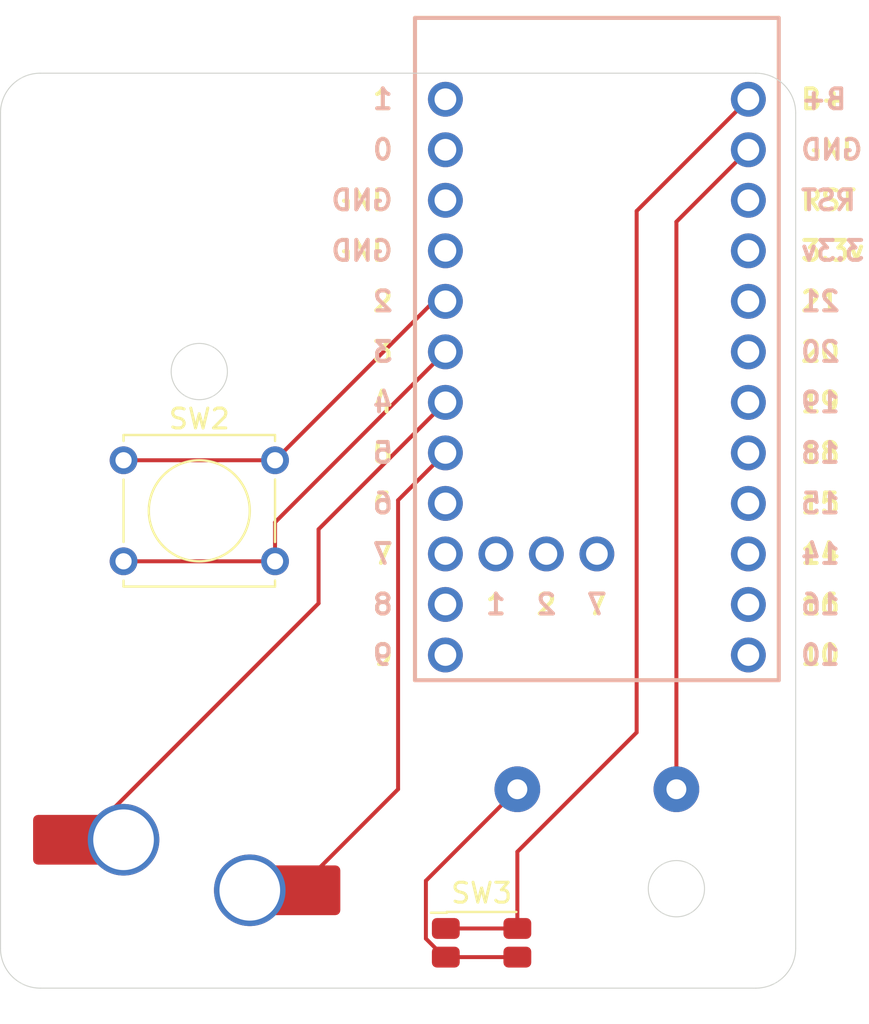
<source format=kicad_pcb>
(kicad_pcb (version 20241229) (generator "pcbnew") (generator_version "9.0")
  (layers (0 "F.Cu" signal) (2 "B.Cu" signal) (13 "F.Paste" user) (15 "B.Paste" user) (5 "F.SilkS" user "F.Silkscreen") (7 "B.SilkS" user "B.Silkscreen") (1 "F.Mask" user) (3 "B.Mask" user) (25 "Edge.Cuts" user))
  (net 0 "")
  (net 1 "sink")
  (net 2 "src")
  (net 3 "Net-(TP1-Pad1)")
  (net 4 "Net-(U1-B+)")
  (net 6 "BT_2")
  (net 9 "BT_1")
  (net 28 "Net-(SW3-Pad2)")
  (footprint "ScottoKeebs_MCU:Nice_Nano_V2" (layer "F.Cu") (at 140 69)
    (property "Reference" "U1" (hide yes))
    (property "Value" "Nice_Nano_V2" (hide yes))
    (fp_line (start -9.15 -17.78) (end -9.15 15.52) (stroke (width 0.2)) (layer "F.SilkS"))
    (fp_line (start 9.15 -17.78) (end -9.15 -17.78) (stroke (width 0.2)) (layer "F.SilkS"))
    (fp_line (start 9.15 -17.78) (end 9.15 15.52) (stroke (width 0.2)) (layer "F.SilkS"))
    (fp_line (start 9.15 15.52) (end -9.15 15.52) (stroke (width 0.2)) (layer "F.SilkS"))
    (fp_line (start -9.15 15.52) (end -9.15 -17.78) (stroke (width 0.2)) (layer "B.SilkS"))
    (fp_line (start 9.15 -17.78) (end -9.15 -17.78) (stroke (width 0.2)) (layer "B.SilkS"))
    (fp_line (start 9.15 15.52) (end -9.15 15.52) (stroke (width 0.2)) (layer "B.SilkS"))
    (fp_line (start 9.15 15.52) (end 9.15 -17.78) (stroke (width 0.2)) (layer "B.SilkS"))
    (fp_text user "GND" (at 10.16 -11.15 0) (layer "F.SilkS") (effects (font (thickness 0.2) (bold yes)) (justify left)))
    (fp_text user "7" (at -10.16 9.17 0) (layer "F.SilkS") (effects (font (thickness 0.2) (bold yes)) (justify right)))
    (fp_text user "8" (at -10.16 11.71 0) (layer "F.SilkS") (effects (font (thickness 0.2) (bold yes)) (justify right)))
    (fp_text user "1" (at -10.16 -13.69 0) (layer "F.SilkS") (effects (font (thickness 0.2) (bold yes)) (justify right)))
    (fp_text user "4" (at -10.16 1.55 0) (layer "F.SilkS") (effects (font (thickness 0.2) (bold yes)) (justify right)))
    (fp_text user "5" (at -10.16 4.09 0) (layer "F.SilkS") (effects (font (thickness 0.2) (bold yes)) (justify right)))
    (fp_text user "16" (at 10.16 11.71 0) (layer "F.SilkS") (effects (font (thickness 0.2) (bold yes)) (justify left)))
    (fp_text user "21" (at 10.16 -3.53 0) (layer "F.SilkS") (effects (font (thickness 0.2) (bold yes)) (justify left)))
    (fp_text user "1" (at -5.08 11.71 0) (layer "F.SilkS") (effects (font (thickness 0.2) (bold yes))))
    (fp_text user "GND" (at -10.16 -6.07 0) (layer "F.SilkS") (effects (font (thickness 0.2) (bold yes)) (justify right)))
    (fp_text user "2" (at -2.54 11.71 0) (layer "F.SilkS") (effects (font (thickness 0.2) (bold yes))))
    (fp_text user "2" (at -10.16 -3.53 0) (layer "F.SilkS") (effects (font (thickness 0.2) (bold yes)) (justify right)))
    (fp_text user "7" (at 0 11.709998 0) (layer "F.SilkS") (effects (font (thickness 0.2) (bold yes))))
    (fp_text user "14" (at 10.16 9.17 0) (layer "F.SilkS") (effects (font (thickness 0.2) (bold yes)) (justify left)))
    (fp_text user "3" (at -10.16 -0.99 0) (layer "F.SilkS") (effects (font (thickness 0.2) (bold yes)) (justify right)))
    (fp_text user "18" (at 10.16 4.09 0) (layer "F.SilkS") (effects (font (thickness 0.2) (bold yes)) (justify left)))
    (fp_text user "15" (at 10.16 6.63 0) (layer "F.SilkS") (effects (font (thickness 0.2) (bold yes)) (justify left)))
    (fp_text user "20" (at 10.16 -0.99 0) (layer "F.SilkS") (effects (font (thickness 0.2) (bold yes)) (justify left)))
    (fp_text user "6" (at -10.16 6.63 0) (layer "F.SilkS") (effects (font (thickness 0.2) (bold yes)) (justify right)))
    (fp_text user "3.3v" (at 10.16 -6.07 0) (layer "F.SilkS") (effects (font (thickness 0.2) (bold yes)) (justify left)))
    (fp_text user "9" (at -10.16 14.25 0) (layer "F.SilkS") (effects (font (thickness 0.2) (bold yes)) (justify right)))
    (fp_text user "RST" (at 10.16 -8.61 0) (layer "F.SilkS") (effects (font (thickness 0.2) (bold yes)) (justify left)))
    (fp_text user "0" (at -10.16 -11.15 0) (layer "F.SilkS") (effects (font (thickness 0.2) (bold yes)) (justify right)))
    (fp_text user "GND" (at -10.16 -8.61 0) (layer "F.SilkS") (effects (font (thickness 0.2) (bold yes)) (justify right)))
    (fp_text user "10" (at 10.16 14.25 0) (layer "F.SilkS") (effects (font (thickness 0.2) (bold yes)) (justify left)))
    (fp_text user "B+" (at 10.16 -13.69 0) (layer "F.SilkS") (effects (font (thickness 0.2) (bold yes)) (justify left)))
    (fp_text user "19" (at 10.16 1.55 0) (layer "F.SilkS") (effects (font (thickness 0.2) (bold yes)) (justify left)))
    (fp_text user "1" (at -5.08 11.71 0) (layer "B.SilkS") (effects (font (thickness 0.2) (bold yes)) (justify mirror)))
    (fp_text user "8" (at -10.16 11.71 0) (layer "B.SilkS") (effects (font (thickness 0.2) (bold yes)) (justify left mirror)))
    (fp_text user "6" (at -10.16 6.63 0) (layer "B.SilkS") (effects (font (thickness 0.2) (bold yes)) (justify left mirror)))
    (fp_text user "14" (at 10.16 9.17 0) (layer "B.SilkS") (effects (font (thickness 0.2) (bold yes)) (justify right mirror)))
    (fp_text user "GND" (at -10.16 -6.07 0) (layer "B.SilkS") (effects (font (thickness 0.2) (bold yes)) (justify left mirror)))
    (fp_text user "7" (at -10.16 9.17 0) (layer "B.SilkS") (effects (font (thickness 0.2) (bold yes)) (justify left mirror)))
    (fp_text user "GND" (at 10.16 -11.15 0) (layer "B.SilkS") (effects (font (thickness 0.2) (bold yes)) (justify right mirror)))
    (fp_text user "5" (at -10.16 4.09 0) (layer "B.SilkS") (effects (font (thickness 0.2) (bold yes)) (justify left mirror)))
    (fp_text user "21" (at 10.16 -3.53 0) (layer "B.SilkS") (effects (font (thickness 0.2) (bold yes)) (justify right mirror)))
    (fp_text user "2" (at -10.16 -3.53 0) (layer "B.SilkS") (effects (font (thickness 0.2) (bold yes)) (justify left mirror)))
    (fp_text user "19" (at 10.16 1.55 0) (layer "B.SilkS") (effects (font (thickness 0.2) (bold yes)) (justify right mirror)))
    (fp_text user "2" (at -2.54 11.71 0) (layer "B.SilkS") (effects (font (thickness 0.2) (bold yes)) (justify mirror)))
    (fp_text user "15" (at 10.16 6.63 0) (layer "B.SilkS") (effects (font (thickness 0.2) (bold yes)) (justify right mirror)))
    (fp_text user "20" (at 10.16 -0.99 0) (layer "B.SilkS") (effects (font (thickness 0.2) (bold yes)) (justify right mirror)))
    (fp_text user "7" (at 0 11.709998 0) (layer "B.SilkS") (effects (font (thickness 0.2) (bold yes)) (justify mirror)))
    (fp_text user "3.3v" (at 10.16 -6.07 0) (layer "B.SilkS") (effects (font (thickness 0.2) (bold yes)) (justify right mirror)))
    (fp_text user "16" (at 10.16 11.71 0) (layer "B.SilkS") (effects (font (thickness 0.2) (bold yes)) (justify right mirror)))
    (fp_text user "1" (at -10.16 -13.69 0) (layer "B.SilkS") (effects (font (thickness 0.2) (bold yes)) (justify left mirror)))
    (fp_text user "4" (at -10.16 1.55 0) (layer "B.SilkS") (effects (font (thickness 0.2) (bold yes)) (justify left mirror)))
    (fp_text user "RST" (at 10.16 -8.61 0) (layer "B.SilkS") (effects (font (thickness 0.2) (bold yes)) (justify right mirror)))
    (fp_text user "18" (at 10.16 4.09 0) (layer "B.SilkS") (effects (font (thickness 0.2) (bold yes)) (justify right mirror)))
    (fp_text user "10" (at 10.16 14.25 0) (layer "B.SilkS") (effects (font (thickness 0.2) (bold yes)) (justify right mirror)))
    (fp_text user "9" (at -10.16 14.25 0) (layer "B.SilkS") (effects (font (thickness 0.2) (bold yes)) (justify left mirror)))
    (fp_text user "B+" (at 10.16 -13.69 0) (layer "B.SilkS") (effects (font (thickness 0.2) (bold yes)) (justify right mirror)))
    (fp_text user "GND" (at -10.16 -8.61 0) (layer "B.SilkS") (effects (font (thickness 0.2) (bold yes)) (justify left mirror)))
    (fp_text user "0" (at -10.16 -11.15 0) (layer "B.SilkS") (effects (font (thickness 0.2) (bold yes)) (justify left mirror)))
    (fp_text user "3" (at -10.16 -0.99 0) (layer "B.SilkS") (effects (font (thickness 0.2) (bold yes)) (justify left mirror)))
    (pad "1" thru_hole circle (at -7.62 -13.69 270) (size 1.7526 1.7526) (drill 1.0922) (layers "*.Cu" "*.Mask"))
    (pad "2" thru_hole circle (at -7.62 -11.15 270) (size 1.7526 1.7526) (drill 1.0922) (layers "*.Cu" "*.Mask"))
    (pad "3" thru_hole circle (at -7.62 -8.61 270) (size 1.7526 1.7526) (drill 1.0922) (layers "*.Cu" "*.Mask"))
    (pad "4" thru_hole circle (at -7.62 -6.07 270) (size 1.7526 1.7526) (drill 1.0922) (layers "*.Cu" "*.Mask"))
    (pad "5" thru_hole circle (at -7.62 -3.53 270) (size 1.7526 1.7526) (drill 1.0922) (layers "*.Cu" "*.Mask") (net 9 "BT_1"))
    (pad "6" thru_hole circle (at -7.62 -0.99 270) (size 1.7526 1.7526) (drill 1.0922) (layers "*.Cu" "*.Mask") (net 6 "BT_2"))
    (pad "7" thru_hole circle (at -7.62 1.55 270) (size 1.7526 1.7526) (drill 1.0922) (layers "*.Cu" "*.Mask") (net 2 "src"))
    (pad "8" thru_hole circle (at -7.62 4.09 270) (size 1.7526 1.7526) (drill 1.0922) (layers "*.Cu" "*.Mask") (net 1 "sink"))
    (pad "9" thru_hole circle (at -7.62 6.63 270) (size 1.7526 1.7526) (drill 1.0922) (layers "*.Cu" "*.Mask"))
    (pad "10" thru_hole circle (at -7.62 9.17 270) (size 1.7526 1.7526) (drill 1.0922) (layers "*.Cu" "*.Mask"))
    (pad "11" thru_hole circle (at -7.62 11.71 270) (size 1.7526 1.7526) (drill 1.0922) (layers "*.Cu" "*.Mask"))
    (pad "12" thru_hole circle (at -7.62 14.25 270) (size 1.7526 1.7526) (drill 1.0922) (layers "*.Cu" "*.Mask"))
    (pad "13" thru_hole circle (at 7.62 14.25 270) (size 1.7526 1.7526) (drill 1.0922) (layers "*.Cu" "*.Mask"))
    (pad "14" thru_hole circle (at 7.62 11.71 270) (size 1.7526 1.7526) (drill 1.0922) (layers "*.Cu" "*.Mask"))
    (pad "15" thru_hole circle (at 7.62 9.17 270) (size 1.7526 1.7526) (drill 1.0922) (layers "*.Cu" "*.Mask"))
    (pad "16" thru_hole circle (at 7.62 6.63 270) (size 1.7526 1.7526) (drill 1.0922) (layers "*.Cu" "*.Mask"))
    (pad "17" thru_hole circle (at 7.62 4.09 270) (size 1.7526 1.7526) (drill 1.0922) (layers "*.Cu" "*.Mask"))
    (pad "18" thru_hole circle (at 7.62 1.55 270) (size 1.7526 1.7526) (drill 1.0922) (layers "*.Cu" "*.Mask"))
    (pad "19" thru_hole circle (at 7.62 -0.99 270) (size 1.7526 1.7526) (drill 1.0922) (layers "*.Cu" "*.Mask"))
    (pad "20" thru_hole circle (at 7.62 -3.53 270) (size 1.7526 1.7526) (drill 1.0922) (layers "*.Cu" "*.Mask"))
    (pad "21" thru_hole circle (at 7.62 -6.07 270) (size 1.7526 1.7526) (drill 1.0922) (layers "*.Cu" "*.Mask"))
    (pad "22" thru_hole circle (at 7.62 -8.61 270) (size 1.7526 1.7526) (drill 1.0922) (layers "*.Cu" "*.Mask"))
    (pad "23" thru_hole circle (at 7.62 -11.15 270) (size 1.7526 1.7526) (drill 1.0922) (layers "*.Cu" "*.Mask") (net 3 "Net-(TP1-Pad1)"))
    (pad "24" thru_hole circle (at 7.62 -13.69 270) (size 1.7526 1.7526) (drill 1.0922) (layers "*.Cu" "*.Mask") (net 4 "Net-(U1-B+)"))
    (pad "25" thru_hole circle (at -5.08 9.17) (size 1.7526 1.7526) (drill 1.0922) (layers "*.Cu" "*.Mask"))
    (pad "26" thru_hole circle (at -2.54 9.17) (size 1.7526 1.7526) (drill 1.0922) (layers "*.Cu" "*.Mask"))
    (pad "27" thru_hole circle (at 0 9.17) (size 1.7526 1.7526) (drill 1.0922) (layers "*.Cu" "*.Mask"))
  )
  (footprint "Button_Switch_THT:SW_Tactile_Straight_KSL0Axx1LFTR" (layer "F.Cu") (at 116.19 73.46)
    (property "Reference" "SW2" (at 3.81 -2.08 0) (layer "F.SilkS"))
    (property "Value" "Switch")
    (fp_line (start 0 -1.27) (end 0 -0.97) (stroke (width 0.12)) (layer "F.SilkS"))
    (fp_line (start 0 -1.27) (end 7.62 -1.27) (stroke (width 0.12)) (layer "F.SilkS"))
    (fp_line (start 0 0.97) (end 0 4.11) (stroke (width 0.12)) (layer "F.SilkS"))
    (fp_line (start 0 6.05) (end 0 6.35) (stroke (width 0.12)) (layer "F.SilkS"))
    (fp_line (start 7.62 -1.27) (end 7.62 -0.97) (stroke (width 0.12)) (layer "F.SilkS"))
    (fp_line (start 7.62 0.97) (end 7.62 4.11) (stroke (width 0.12)) (layer "F.SilkS"))
    (fp_line (start 7.62 6.05) (end 7.62 6.35) (stroke (width 0.12)) (layer "F.SilkS"))
    (fp_line (start 7.62 6.35) (end 0 6.35) (stroke (width 0.12)) (layer "F.SilkS"))
    (fp_circle (center 3.81 2.54) (end 3.81 0) (stroke (width 0.12)) (fill no) (layer "F.SilkS"))
    (pad "1" thru_hole circle (at 0 0) (size 1.397 1.397) (drill 0.8128) (layers "*.Cu" "*.Mask") (net 9 "BT_1"))
    (pad "1" thru_hole circle (at 7.62 0) (size 1.397 1.397) (drill 0.8128) (layers "*.Cu" "*.Mask") (net 9 "BT_1"))
    (pad "2" thru_hole circle (at 0 5.08) (size 1.397 1.397) (drill 0.8128) (layers "*.Cu" "*.Mask") (net 6 "BT_2"))
    (pad "2" thru_hole circle (at 7.62 5.08) (size 1.397 1.397) (drill 0.8128) (layers "*.Cu" "*.Mask") (net 6 "BT_2"))
  )
  (footprint "ScottoKeebs_Scotto:TestPoint_Carvera" (layer "F.Cu") (at 144 90)
    (property "Reference" "TP1" (hide yes))
    (property "Value" "TestPoint" (hide yes))
    (pad "1" thru_hole circle (at 0 0) (size 2.3 2.3) (drill 1) (layers "*.Cu" "*.Mask") (net 3 "Net-(TP1-Pad1)"))
  )
  (footprint "Button_Switch_SMD:SW_SPST_EVQP7A" (layer "F.Cu") (at 134.2 97.72)
    (property "Reference" "SW3" (at 0 -2.5 0) (layer "F.SilkS"))
    (property "Value" "Switch")
    (fp_line (start -2.55 -1.51) (end -1.75 -1.51) (stroke (width 0.12)) (layer "F.SilkS"))
    (fp_line (start -1.75 -1.55) (end -1.75 -1.51) (stroke (width 0.12)) (layer "F.SilkS"))
    (fp_line (start -1.75 -1.55) (end 1.75 -1.55) (stroke (width 0.12)) (layer "F.SilkS"))
    (pad "1" smd roundrect (at -1.8 -0.72) (size 1.4 1.05) (layers "F.Cu" "F.Mask" "F.Paste") (roundrect_rratio 0.2380952381) (net 4 "Net-(U1-B+)"))
    (pad "1" smd roundrect (at 1.8 -0.72) (size 1.4 1.05) (layers "F.Cu" "F.Mask" "F.Paste") (roundrect_rratio 0.2380952381) (net 4 "Net-(U1-B+)"))
    (pad "2" smd roundrect (at -1.8 0.72) (size 1.4 1.05) (layers "F.Cu" "F.Mask" "F.Paste") (roundrect_rratio 0.2380952381) (net 28 "Net-(SW3-Pad2)"))
    (pad "2" smd roundrect (at 1.8 0.72) (size 1.4 1.05) (layers "F.Cu" "F.Mask" "F.Paste") (roundrect_rratio 0.2380952381) (net 28 "Net-(SW3-Pad2)"))
  )
  (footprint "ScottoKeebs_Scotto:TestPoint_Carvera" (layer "F.Cu") (at 136 90)
    (property "Reference" "TP2" (hide yes))
    (property "Value" "TestPoint" (hide yes))
    (pad "1" thru_hole circle (at 0 0) (size 2.3 2.3) (drill 1) (layers "*.Cu" "*.Mask") (net 28 "Net-(SW3-Pad2)"))
  )
  (footprint "ScottoKeebs_Scotto:MX_Hotswap_1.00u" (layer "F.Cu") (at 119.365 93.81)
    (property "Reference" "SW1" (hide yes))
    (property "Value" "Switch")
    (pad "" np_thru_hole circle (at -4.445 -3.81 180) (size 1.75 1.75) (drill 1.75) (layers "*.Cu" "*.Mask") (clearance 0.1))
    (pad "" np_thru_hole circle (at 0.635 -3.81 180) (size 4 4) (drill 4) (layers "*.Cu" "*.Mask"))
    (pad "" np_thru_hole circle (at 5.715 -3.81 180) (size 1.75 1.75) (drill 1.75) (layers "*.Cu" "*.Mask"))
    (pad "1" smd roundrect (at -5.95 -1.27 180) (size 3.55 2.5) (layers "F.Cu") (roundrect_rratio 0.1) (net 2 "src"))
    (pad "1" thru_hole circle (at -3.175 -1.27 180) (size 3.6 3.6) (drill 3.05) (layers "*.Cu" "*.Mask") (net 2 "src"))
    (pad "2" thru_hole circle (at 3.175 1.27 180) (size 3.6 3.6) (drill 3.05) (layers "*.Cu" "*.Mask") (net 1 "sink"))
    (pad "2" smd roundrect (at 5.955 1.27 180) (size 3.55 2.5) (layers "F.Cu") (roundrect_rratio 0.1) (net 1 "sink"))
  )
  (gr_arc (start 150 98) (mid 149.414214 99.414214) (end 148 100) (stroke (width 0.05)) (layer "Edge.Cuts"))
  (gr_line (start 112 100) (end 148 100) (stroke (width 0.05)) (layer "Edge.Cuts"))
  (gr_arc (start 148 54) (mid 149.414214 54.585786) (end 150 56) (stroke (width 0.05)) (layer "Edge.Cuts"))
  (gr_line (start 150 98) (end 150 56) (stroke (width 0.05)) (layer "Edge.Cuts"))
  (gr_line (start 148 54) (end 112 54) (stroke (width 0.05)) (layer "Edge.Cuts"))
  (gr_line (start 110 56) (end 110 98) (stroke (width 0.05)) (layer "Edge.Cuts"))
  (gr_circle (center 120 69) (end 121 68) (stroke (width 0.05)) (fill no) (layer "Edge.Cuts"))
  (gr_arc (start 110 56) (mid 110.585786 54.585786) (end 112 54) (stroke (width 0.05)) (layer "Edge.Cuts"))
  (gr_arc (start 112 100) (mid 110.585786 99.414214) (end 110 98) (stroke (width 0.05)) (layer "Edge.Cuts"))
  (gr_circle (center 144 95) (end 145 94) (stroke (width 0.05)) (fill no) (layer "Edge.Cuts"))
  (segment (start 125.32 95.08) (end 125.32 94.68) (width 0.2) (layer "F.Cu") (net 1))
  (segment (start 130 75.47) (end 132.38 73.09) (width 0.2) (layer "F.Cu") (net 1))
  (segment (start 130 90) (end 130 75.47) (width 0.2) (layer "F.Cu") (net 1))
  (segment (start 125.32 94.68) (end 130 90) (width 0.2) (layer "F.Cu") (net 1))
  (segment (start 126 80.653826) (end 126 76.93) (width 0.2) (layer "F.Cu") (net 2))
  (segment (start 113.415 92.54) (end 114.113826 92.54) (width 0.2) (layer "F.Cu") (net 2))
  (segment (start 126 76.93) (end 132.38 70.55) (width 0.2) (layer "F.Cu") (net 2))
  (segment (start 114.113826 92.54) (end 126 80.653826) (width 0.2) (layer "F.Cu") (net 2))
  (segment (start 144 90) (end 144 61.47) (width 0.2) (layer "F.Cu") (net 3))
  (segment (start 144 61.47) (end 147.62 57.85) (width 0.2) (layer "F.Cu") (net 3))
  (segment (start 142 60.93) (end 147.62 55.31) (width 0.2) (layer "F.Cu") (net 4))
  (segment (start 136 97) (end 136 93.14406) (width 0.2) (layer "F.Cu") (net 4))
  (segment (start 142 87.14406) (end 142 60.93) (width 0.2) (layer "F.Cu") (net 4))
  (segment (start 136 93.14406) (end 142 87.14406) (width 0.2) (layer "F.Cu") (net 4))
  (segment (start 132.4 97) (end 136 97) (width 0.2) (layer "F.Cu") (net 4))
  (segment (start 123.81 78.54) (end 123.81 76.58) (width 0.2) (layer "F.Cu") (net 6))
  (segment (start 116.19 78.54) (end 123.81 78.54) (width 0.2) (layer "F.Cu") (net 6))
  (segment (start 123.81 76.58) (end 132.38 68.01) (width 0.2) (layer "F.Cu") (net 6))
  (segment (start 131.8 65.47) (end 132.38 65.47) (width 0.2) (layer "F.Cu") (net 9))
  (segment (start 123.81 73.46) (end 131.8 65.47) (width 0.2) (layer "F.Cu") (net 9))
  (segment (start 123.81 73.46) (end 116.19 73.46) (width 0.2) (layer "F.Cu") (net 9))
  (segment (start 132.4 98.44) (end 136 98.44) (width 0.2) (layer "F.Cu") (net 28))
  (segment (start 136 90) (end 136.0973 89.9027) (width 0.2) (layer "F.Cu") (net 28))
  (segment (start 132.32884 98.44) (end 131.399 97.51016) (width 0.2) (layer "F.Cu") (net 28))
  (segment (start 132.4 98.44) (end 132.32884 98.44) (width 0.2) (layer "F.Cu") (net 28))
  (segment (start 131.399 94.601) (end 136 90) (width 0.2) (layer "F.Cu") (net 28))
  (segment (start 131.399 97.51016) (end 131.399 94.601) (width 0.2) (layer "F.Cu") (net 28))
)
</source>
